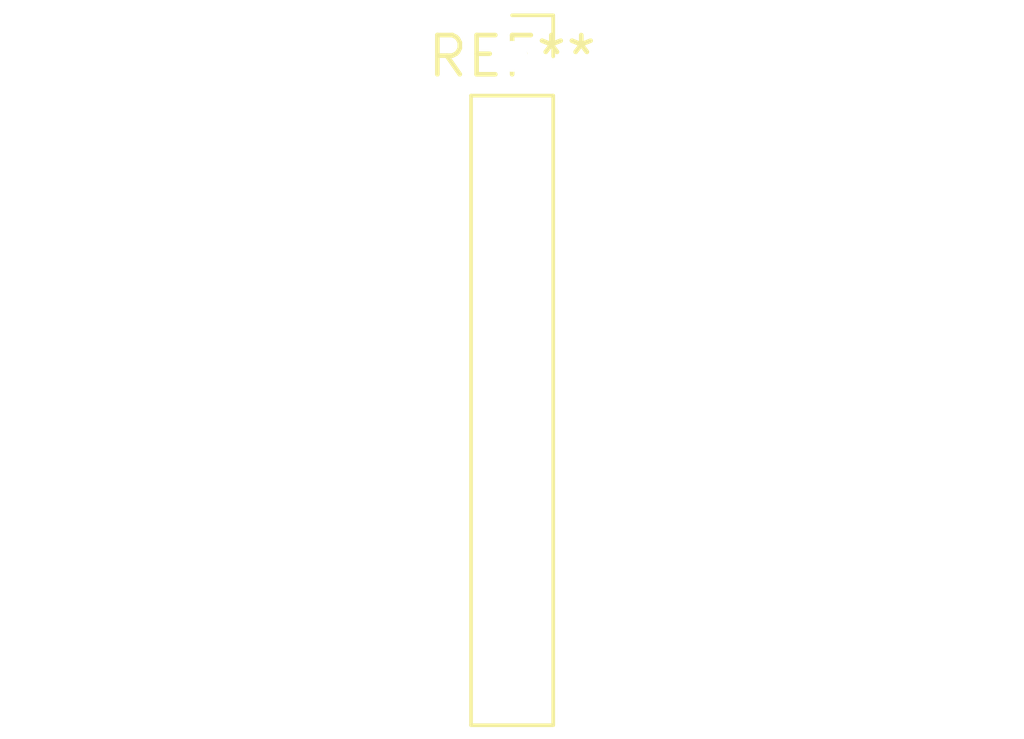
<source format=kicad_pcb>
(kicad_pcb (version 20240108) (generator pcbnew)
  (layers (0 "F.Cu" signal) (31 "B.Cu" signal) (34 "B.Paste" user) (35 "F.Paste" user) (36 "B.SilkS" user "B.Silkscreen") (37 "F.SilkS" user "F.Silkscreen") (38 "B.Mask" user) (39 "F.Mask" user) (44 "Edge.Cuts" user))
  (net 0 "")
  (footprint "PinSocket_1x09_P2.54mm_Vertical" (layer "F.Cu") (at 0 0)
    (property "Reference" "REF**")
    (property "Value" "PinSocket_1x09_P2.54mm_Vertical")
    (fp_line (start -1.33 1.27) (end -1.33 21.65) (layer "F.SilkS") (stroke (width 0.12)))
    (fp_line (start -1.33 1.27) (end 1.33 1.27) (layer "F.SilkS") (stroke (width 0.12)))
    (fp_line (start -1.33 21.65) (end 1.33 21.65) (layer "F.SilkS") (stroke (width 0.12)))
    (fp_line (start 0 -1.33) (end 1.33 -1.33) (layer "F.SilkS") (stroke (width 0.12)))
    (fp_line (start 1.33 -1.33) (end 1.33 0) (layer "F.SilkS") (stroke (width 0.12)))
    (fp_line (start 1.33 1.27) (end 1.33 21.65) (layer "F.SilkS") (stroke (width 0.12)))
    (pad "1" thru_hole rect (at 0 0) (size 1.7 1.7) (drill 1) (layers *.Cu *.Mask) (remove_unused_layers))
    (pad "2" thru_hole oval (at 0 2.54) (size 1.7 1.7) (drill 1) (layers *.Cu *.Mask) (remove_unused_layers))
    (pad "3" thru_hole oval (at 0 5.08) (size 1.7 1.7) (drill 1) (layers *.Cu *.Mask) (remove_unused_layers))
    (pad "4" thru_hole oval (at 0 7.62) (size 1.7 1.7) (drill 1) (layers *.Cu *.Mask) (remove_unused_layers))
    (pad "5" thru_hole oval (at 0 10.16) (size 1.7 1.7) (drill 1) (layers *.Cu *.Mask) (remove_unused_layers))
    (pad "6" thru_hole oval (at 0 12.7) (size 1.7 1.7) (drill 1) (layers *.Cu *.Mask) (remove_unused_layers))
    (pad "7" thru_hole oval (at 0 15.24) (size 1.7 1.7) (drill 1) (layers *.Cu *.Mask) (remove_unused_layers))
    (pad "8" thru_hole oval (at 0 17.78) (size 1.7 1.7) (drill 1) (layers *.Cu *.Mask) (remove_unused_layers))
    (pad "9" thru_hole oval (at 0 20.32) (size 1.7 1.7) (drill 1) (layers *.Cu *.Mask) (remove_unused_layers))
  )
)
</source>
